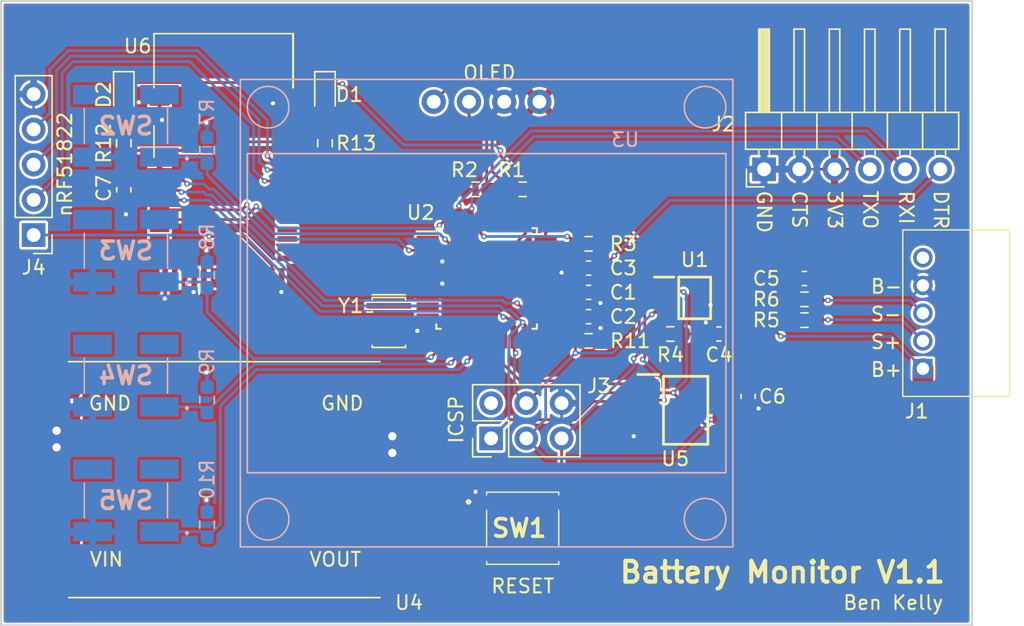
<source format=kicad_pcb>
(kicad_pcb (version 20211014) (generator pcbnew)
  (layers (0 "F.Cu" signal) (31 "B.Cu" signal) (34 "B.Paste" user) (35 "F.Paste" user) (36 "B.SilkS" user "B.Silkscreen") (37 "F.SilkS" user "F.Silkscreen") (38 "B.Mask" user) (39 "F.Mask" user) (44 "Edge.Cuts" user))
  (net 0 "")
  (net 1 "GND")
  (net 2 "/~{ALERT}")
  (net 3 "/SDA")
  (net 4 "/SCL")
  (net 5 "+3V3")
  (net 6 "Net-(C5-Pad1)")
  (net 7 "Net-(C5-Pad2)")
  (net 10 "/~{RESET}")
  (net 12 "Net-(C1-Pad1)")
  (net 15 "/DTR")
  (net 16 "/~{LED_EN}")
  (net 17 "/NRF_IRQ")
  (net 18 "/RXI")
  (net 19 "/TXO")
  (net 20 "/DFU")
  (net 21 "/FACTORYRST")
  (net 22 "/PB1")
  (net 23 "/PB2")
  (net 24 "/PB3")
  (net 25 "/PB4")
  (net 26 "/MISO")
  (net 28 "/SCK")
  (net 29 "/MOSI")
  (net 30 "/SWDIO")
  (net 31 "/~{FLASH_EN}")
  (net 32 "/CONNECTED")
  (net 33 "/MODE")
  (net 34 "/B+")
  (net 35 "/S+")
  (net 36 "/S-")
  (net 38 "Net-(D1-Pad2)")
  (net 39 "/SWCLK")
  (net 40 "Net-(D2-Pad2)")
  (net 41 "/~{BT_CS}")
  (net 43 "Net-(U2-Pad7)")
  (net 44 "Net-(U2-Pad8)")
  (net 45 "/~{ADC_CS}")
  (footprint "Resistor_SMD:R_0603_1608Metric_Pad0.98x0.95mm_HandSolder" (layer "F.Cu") (at 153.35 90.25 90)
    (fp_text reference "R13")
    (fp_text value "1K")
  )
  (footprint "Capacitor_SMD:C_0603_1608Metric_Pad1.08x0.95mm_HandSolder" (layer "F.Cu") (at 181.75 104 180)
    (fp_text reference "C4")
    (fp_text value "0.1uF")
  )
  (footprint "Resistor_SMD:R_0603_1608Metric_Pad0.98x0.95mm_HandSolder" (layer "F.Cu") (at 172.35 97.5 180)
    (fp_text reference "R3")
    (fp_text value "10K")
  )
  (footprint "Crystal:Resonator_SMD_Murata_CSTxExxV-3Pin_3.0x1.1mm_HandSoldering" (layer "F.Cu") (at 157.954 103.171 -90)
    (fp_text reference "Y1")
    (fp_text value "8MHZ")
  )
  (footprint "Ben:AliExpress_DCDC_SMT" (layer "F.Cu") (at 146.1 114.5)
    (fp_text reference "U4")
    (fp_text value "AliExpress_DCDC_3V3")
  )
  (footprint "Connector_PinHeader_2.54mm:PinHeader_2x03_P2.54mm_Vertical" (layer "F.Cu") (at 165.325 111.525 90)
    (fp_text reference "J3")
    (fp_text value "ICSP")
  )
  (footprint "Resistor_SMD:R_0603_1608Metric_Pad0.98x0.95mm_HandSolder" (layer "F.Cu") (at 164.204 93.571)
    (fp_text reference "R2")
    (fp_text value "10K")
  )
  (footprint "Resistor_SMD:R_0603_1608Metric_Pad0.98x0.95mm_HandSolder" (layer "F.Cu") (at 187.9125 103)
    (fp_text reference "R5")
    (fp_text value "47R")
  )
  (footprint "Capacitor_SMD:C_0603_1608Metric_Pad1.08x0.95mm_HandSolder" (layer "F.Cu") (at 172.35 99.25)
    (fp_text reference "C3")
    (fp_text value "0.1uF")
  )
  (footprint "Connector_PinHeader_2.54mm:PinHeader_1x05_P2.54mm_Vertical" (layer "F.Cu") (at 132.35 96.87 180)
    (fp_text reference "J4")
    (fp_text value "BTLE")
  )
  (footprint "LED_SMD:LED_0603_1608Metric_Pad1.05x0.95mm_HandSolder" (layer "F.Cu") (at 153.35 86.75 -90)
    (fp_text reference "D1")
    (fp_text value "LED")
  )
  (footprint "Resistor_SMD:R_0603_1608Metric_Pad0.98x0.95mm_HandSolder" (layer "F.Cu") (at 187.9125 101.5)
    (fp_text reference "R6")
    (fp_text value "47R")
  )
  (footprint "Capacitor_SMD:C_0603_1608Metric_Pad1.08x0.95mm_HandSolder" (layer "F.Cu") (at 172.35 101)
    (fp_text reference "C1")
    (fp_text value "0.1uF")
  )
  (footprint "Resistor_SMD:R_0603_1608Metric_Pad0.98x0.95mm_HandSolder" (layer "F.Cu") (at 178.25 104 180)
    (fp_text reference "R4")
    (fp_text value "10K")
  )
  (footprint "Capacitor_SMD:C_0603_1608Metric_Pad1.08x0.95mm_HandSolder" (layer "F.Cu") (at 187.9125 100)
    (fp_text reference "C5")
    (fp_text value "0.1uF")
  )
  (footprint "SamacSys_Parts:4400555" (layer "F.Cu") (at 196.45 106.5 90)
    (fp_text reference "J1")
    (fp_text value "Vehicle" hide)
  )
  (footprint "Resistor_SMD:R_0603_1608Metric_Pad0.98x0.95mm_HandSolder" (layer "F.Cu") (at 167.604 93.571 180)
    (fp_text reference "R1")
    (fp_text value "10K")
  )
  (footprint "SamacSys_Parts:PTS526SK15SMTR2LFS" (layer "F.Cu") (at 167.6 118)
    (fp_text reference "SW1")
    (fp_text value "RESET" hide)
  )
  (footprint "Resistor_SMD:R_0603_1608Metric_Pad0.98x0.95mm_HandSolder" (layer "F.Cu") (at 172.35 104.5)
    (fp_text reference "R11")
    (fp_text value "10K")
  )
  (footprint "Capacitor_SMD:C_0603_1608Metric_Pad1.08x0.95mm_HandSolder" (layer "F.Cu") (at 138.85 93.6125 -90)
    (fp_text reference "C7")
    (fp_text value "1uF")
  )
  (footprint "SamacSys_Parts:SOIC127P600X175-8N" (layer "F.Cu") (at 179.35 109.5)
    (fp_text reference "U5")
    (fp_text value "SST26VF016BT-80E_SN" hide)
  )
  (footprint "Package_QFP:TQFP-32_7x7mm_P0.8mm" (layer "F.Cu") (at 165 100)
    (fp_text reference "U2")
    (fp_text value "ATmega328P-A")
  )
  (footprint "Capacitor_SMD:C_0603_1608Metric_Pad1.08x0.95mm_HandSolder" (layer "F.Cu") (at 183.85 108.5 -90)
    (fp_text reference "C6")
    (fp_text value "0.1uF")
  )
  (footprint "SamacSys_Parts:4076" (layer "F.Cu") (at 146.025 91.35)
    (fp_text reference "U6")
    (fp_text value "4076" hide)
  )
  (footprint "Capacitor_SMD:C_0603_1608Metric_Pad1.08x0.95mm_HandSolder" (layer "F.Cu") (at 172.35 102.75)
    (fp_text reference "C2")
    (fp_text value "0.1uF")
  )
  (footprint "LED_SMD:LED_0603_1608Metric_Pad1.05x0.95mm_HandSolder" (layer "F.Cu") (at 138.85 86.75 -90)
    (fp_text reference "D2")
    (fp_text value "LED")
  )
  (footprint "SamacSys_Parts:SOP50P490X110-10N" (layer "F.Cu") (at 180 101.4)
    (fp_text reference "U1")
    (fp_text value "INA229AQDGSRQ1" hide)
  )
  (footprint "Connector_PinHeader_2.54mm:PinHeader_1x06_P2.54mm_Horizontal" (layer "F.Cu") (at 185 92.125 90)
    (fp_text reference "J2")
    (fp_text value "FTDI Basic")
  )
  (footprint "Resistor_SMD:R_0603_1608Metric_Pad0.98x0.95mm_HandSolder" (layer "F.Cu") (at 138.85 90.25 90)
    (fp_text reference "R12")
    (fp_text value "1K")
  )
  (footprint "SamacSys_Parts:TL3301BF160QJ" (layer "B.Cu") (at 139 107 180)
    (fp_text reference "SW4")
    (fp_text value "PB3" hide)
  )
  (footprint "Resistor_SMD:R_0603_1608Metric_Pad0.98x0.95mm_HandSolder" (layer "B.Cu") (at 144.85 99.75 -90)
    (fp_text reference "R8")
    (fp_text value "10K")
  )
  (footprint "Resistor_SMD:R_0603_1608Metric_Pad0.98x0.95mm_HandSolder" (layer "B.Cu") (at 144.85 90.75 -90)
    (fp_text reference "R7")
    (fp_text value "10K")
  )
  (footprint "Ben:AliExpress_1.3_OLED" (layer "B.Cu") (at 165 102.5 180)
    (fp_text reference "U3")
    (fp_text value "AliExpress_1.3\"_OLED")
  )
  (footprint "SamacSys_Parts:TL3301BF160QJ" (layer "B.Cu") (at 139 98 180)
    (fp_text reference "SW3")
    (fp_text value "PB2" hide)
  )
  (footprint "Resistor_SMD:R_0603_1608Metric_Pad0.98x0.95mm_HandSolder" (layer "B.Cu") (at 144.85 117.75 -90)
    (fp_text reference "R10")
    (fp_text value "10K")
  )
  (footprint "SamacSys_Parts:TL3301BF160QJ" (layer "B.Cu") (at 139 116 180)
    (fp_text reference "SW5")
    (fp_text value "PB4" hide)
  )
  (footprint "Resistor_SMD:R_0603_1608Metric_Pad0.98x0.95mm_HandSolder" (layer "B.Cu") (at 144.85 108.75 -90)
    (fp_text reference "R9")
    (fp_text value "10K")
  )
  (footprint "SamacSys_Parts:TL3301BF160QJ" (layer "B.Cu") (at 139 89 180)
    (fp_text reference "SW2")
    (fp_text value "PB1" hide)
  )
  (gr_rect (start 130 80) (end 200 125) (layer "Edge.Cuts") (width 0.15) (fill none))
  (gr_text "CTS" (at 187.55 93.571 270) (layer "F.SilkS") (effects (font (size 1 1)) (justify left)))
  (gr_text "TXO\n" (at 192.65 93.571 270) (layer "F.SilkS") (effects (font (size 1 1)) (justify left)))
  (gr_text "3V3" (at 190.1 93.571 270) (layer "F.SilkS") (effects (font (size 1 1)) (justify left)))
  (gr_text "nRF51822" (at 134.604 91.771 90) (layer "F.SilkS") (effects (font (size 1 1))))
  (gr_text "S-" (at 192.604 102.571) (layer "F.SilkS") (effects (font (size 1 1)) (justify left)))
  (gr_text "RESET" (at 167.604 122.171) (layer "F.SilkS") (effects (font (size 1 1))))
  (gr_text "Battery Monitor V1.1" (at 198.204 121.171) (layer "F.SilkS") (effects (font (size 1.5 1.5) (thickness 0.3)) (justify right)))
  (gr_text "S+" (at 192.604 104.571) (layer "F.SilkS") (effects (font (size 1 1)) (justify left)))
  (gr_text "B+" (at 192.604 106.571) (layer "F.SilkS") (effects (font (size 1 1)) (justify left)))
  (gr_text "OLED" (at 165.204 85.171) (layer "F.SilkS") (effects (font (size 1 1))))
  (gr_text "GND\n" (at 185 93.571 270) (layer "F.SilkS") (effects (font (size 1 1)) (justify left)))
  (gr_text "B-" (at 192.604 100.571) (layer "F.SilkS") (effects (font (size 1 1)) (justify left)))
  (gr_text "Ben Kelly" (at 198.004 123.371) (layer "F.SilkS") (effects (font (size 1 1)) (justify right)))
  (gr_text "DTR" (at 197.75 93.571 270) (layer "F.SilkS") (effects (font (size 1 1)) (justify left)))
  (gr_text "ICSP\n" (at 162.804 110.171 90) (layer "F.SilkS") (effects (font (size 1 1))))
  (gr_text "RXI" (at 195.25 93.571 270) (layer "F.SilkS") (effects (font (size 1 1)) (justify left)))
  (segment (start 138.85 95.217) (end 139.004 95.371) (width 0.25) (layer "F.Cu") (net 1))
  (segment (start 164.6 116.15) (end 164.6 115.767) (width 0.25) (layer "F.Cu") (net 1))
  (segment (start 161.775 100.4) (end 161.804 100.371) (width 0.25) (layer "F.Cu") (net 1))
  (segment (start 183.85 109.3625) (end 184.5955 109.3625) (width 0.25) (layer "F.Cu") (net 1))
  (segment (start 150.225 100.95) (end 150.204 100.971) (width 0.25) (layer "F.Cu") (net 1))
  (segment (start 141.825 99.95) (end 141.825 101.428502) (width 0.25) (layer "F.Cu") (net 1))
  (segment (start 184.5955 109.3625) (end 184.604 109.371) (width 0.25) (layer "F.Cu") (net 1))
  (segment (start 169.25 99.6) (end 170.375 99.6) (width 0.25) (layer "F.Cu") (net 1))
  (segment (start 134.1 109.86) (end 134.1 110.875) (width 1) (layer "F.Cu") (net 1))
  (segment (start 173.2125 103.5625) (end 173.204 103.571) (width 0.25) (layer "F.Cu") (net 1))
  (segment (start 158.1 110) (end 158.1 111.267) (width 1) (layer "F.Cu") (net 1))
  (segment (start 181.143908 101.9) (end 181.136516 101.907392) (width 0.25) (layer "F.Cu") (net 1))
  (segment (start 134.004 110.971) (end 134.004 112.171) (width 1) (layer "F.Cu") (net 1))
  (segment (start 182.2 101.9) (end 181.143908 101.9) (width 0.25) (layer "F.Cu") (net 1))
  (segment (start 150.625 87.35) (end 149.625 87.35) (width 0.25) (layer "F.Cu") (net 1))
  (segment (start 150.225 99.95) (end 150.225 100.95) (width 0.25) (layer "F.Cu") (net 1))
  (segment (start 175.638 111.405) (end 175.604 111.371) (width 0.25) (layer "F.Cu") (net 1))
  (segment (start 160.75 98.8) (end 161.775 98.8) (width 0.25) (layer "F.Cu") (net 1))
  (segment (start 173.2125 102.75) (end 173.2125 103.5625) (width 0.25) (layer "F.Cu") (net 1))
  (segment (start 143.925 99.95) (end 143.925 100.936911) (width 0.25) (layer "F.Cu") (net 1))
  (segment (start 173.2125 101) (end 173.2125 101.7625) (width 0.25) (layer "F.Cu") (net 1))
  (segment (start 176.65 111.405) (end 175.638 111.405) (width 0.25) (layer "F.Cu") (net 1))
  (segment (start 160.75 100.4) (end 161.775 100.4) (width 0.25) (layer "F.Cu") (net 1))
  (segment (start 158.1 111.267) (end 158.204 111.371) (width 1) (layer "F.Cu") (net 1))
  (segment (start 138.85 94.475) (end 138.85 95.217) (width 0.25) (layer "F.Cu") (net 1))
  (segment (start 157.954 103.171) (end 159.404 103.171) (width 0.25) (layer "F.Cu") (net 1))
  (segment (start 158.1 108) (end 158.1 110) (width 1) (layer "F.Cu") (net 1))
  (segment (start 143.925 100.936911) (end 143.878882 100.983029) (width 0.25) (layer "F.Cu") (net 1))
  (segment (start 170.375 99.6) (end 170.404 99.571) (width 0.25) (layer "F.Cu") (net 1))
  (segment (start 173.2625 104.5) (end 173.2625 103.6295) (width 0.25) (layer "F.Cu") (net 1))
  (segment (start 161.775 98.8) (end 161.804 98.771) (width 0.25) (layer "F.Cu") (net 1))
  (segment (start 141.425 87.35) (end 141.425 88.05) (width 0.25) (layer "F.Cu") (net 1))
  (segment (start 159.404 103.171) (end 160.004 103.771) (width 0.25) (layer "F.Cu") (net 1))
  (segment (start 173.2125 101.7625) (end 173.204 101.771) (width 0.25) (layer "F.Cu") (net 1))
  (segment (start 141.425 88.392) (end 141.604 88.571) (width 0.25) (layer "F.Cu") (net 1))
  (segment (start 141.825 101.428502) (end 141.804 101.449502) (width 0.25) (layer "F.Cu") (net 1))
  (segment (start 134.1 110.875) (end 134.004 110.971) (width 1) (layer "F.Cu") (net 1))
  (segment (start 158.204 112.571) (end 158.204 111.371) (width 1) (layer "F.Cu") (net 1))
  (segment (start 173.2125 101.7795) (end 173.204 101.771) (width 0.25) (layer "F.Cu") (net 1))
  (segment (start 173.2125 102.75) (end 173.2125 101.7795) (width 0.25) (layer "F.Cu") (net 1))
  (segment (start 164.6 115.767) (end 164.204 115.371) (width 0.25) (layer "F.Cu") (net 1))
  (segment (start 134.1 107.896) (end 134.1 109.86) (width 1) (layer "F.Cu") (net 1))
  (segment (start 141.425 88.05) (end 141.425 88.392) (width 0.25) (layer "F.Cu") (net 1))
  (segment (start 149.625 87.35) (end 149.604 87.371) (width 0.25) (layer "F.Cu") (net 1))
  (segment (start 180.8875 103.2545) (end 180.804 103.171) (width 0.25) (layer "F.Cu") (net 1))
  (segment (start 180.8875 104) (end 180.8875 103.2545) (width 0.25) (layer "F.Cu") (net 1))
  (segment (start 173.2625 103.6295) (end 173.204 103.571) (width 0.25) (layer "F.Cu") (net 1))
  (via (at 134.004 112.171) (size 1.2) (drill 0.6) (layers "F.Cu" "B.Cu") (net 1))
  (via (at 161.804 98.771) (size 0.6) (drill 0.3) (layers "F.Cu" "B.Cu") (net 1))
  (via (at 175.604 111.371) (size 0.6) (drill 0.3) (layers "F.Cu" "B.Cu") (net 1))
  (via (at 141.804 101.449502) (size 0.6) (drill 0.3) (layers "F.Cu" "B.Cu") (net 1))
  (via (at 170.404 99.571) (size 0.6) (drill 0.3) (layers "F.Cu" "B.Cu") (net 1))
  (via (at 160.004 103.771) (size 0.6) (drill 0.3) (layers "F.Cu" "B.Cu") (net 1))
  (via (at 143.878882 100.983029) (size 0.6) (drill 0.3) (layers "F.Cu" "B.Cu") (net 1))
  (via (at 141.604 88.571) (size 0.6) (drill 0.3) (layers "F.Cu" "B.Cu") (net 1))
  (via (at 134.004 110.971) (size 1.2) (drill 0.6) (layers "F.Cu" "B.Cu") (net 1))
  (via (at 180.804 103.171) (size 0.6) (drill 0.3) (layers "F.Cu" "B.Cu") (net 1))
  (via (at 158.204 112.571) (size 1.2) (drill 0.6) (layers "F.Cu" "B.Cu") (net 1))
  (via (at 184.604 109.371) (size 0.6) (drill 0.3) (layers "F.Cu" "B.Cu") (net 1))
  (via (at 158.204 111.371) (size 1.2) (drill 0.6) (layers "F.Cu" "B.Cu") (net 1))
  (via (at 173.204 101.771) (size 0.6) (drill 0.3) (layers "F.Cu" "B.Cu") (net 1))
  (via (at 139.004 95.371) (size 0.6) (drill 0.3) (layers "F.Cu" "B.Cu") (net 1))
  (via (at 181.136516 101.907392) (size 0.6) (drill 0.3) (layers "F.Cu" "B.Cu") (net 1))
  (via (at 149.604 87.371) (size 0.6) (drill 0.3) (layers "F.Cu" "B.Cu") (net 1))
  (via (at 173.204 103.571) (size 0.6) (drill 0.3) (layers "F.Cu" "B.Cu") (net 1))
  (via (at 150.204 100.971) (size 0.6) (drill 0.3) (layers "F.Cu" "B.Cu") (net 1))
  (via (at 164.204 115.371) (size 0.6) (drill 0.3) (layers "F.Cu" "B.Cu") (net 1))
  (via (at 161.804 100.371) (size 0.6) (drill 0.3) (layers "F.Cu" "B.Cu") (net 1))
  (segment (start 179.004 101.654978) (end 178.749022 101.4) (width 0.2) (layer "F.Cu") (net 2))
  (segment (start 179.004 102.645022) (end 179.004 101.654978) (width 0.2) (layer "F.Cu") (net 2))
  (segment (start 177.3375 104) (end 177.649022 104) (width 0.2) (layer "F.Cu") (net 2))
  (segment (start 178.749022 101.4) (end 177.8 101.4) (width 0.2) (layer "F.Cu") (net 2))
  (segment (start 177.649022 104) (end 179.004 102.645022) (width 0.2) (layer "F.Cu") (net 2))
  (segment (start 166.2 94.0625) (end 166.6915 93.571) (width 0.2) (layer "F.Cu") (net 3))
  (segment (start 165.404 89.371) (end 165.004 88.971) (width 0.2) (layer "F.Cu") (net 3))
  (segment (start 165.004 88.971) (end 165.004 86.371) (width 0.2) (layer "F.Cu") (net 3))
  (segment (start 165.004 86.371) (end 164.404 85.771) (width 0.2) (layer "F.Cu") (net 3))
  (segment (start 162.679 85.771) (end 161.19 87.26) (width 0.2) (layer "F.Cu") (net 3))
  (segment (start 166.6915 93.571) (end 165.404 92.2835) (width 0.2) (layer "F.Cu") (net 3))
  (segment (start 164.404 85.771) (end 162.679 85.771) (width 0.2) (layer "F.Cu") (net 3))
  (segment (start 166.2 95.75) (end 166.2 94.0625) (width 0.2) (layer "F.Cu") (net 3))
  (segment (start 165.404 92.2835) (end 165.404 89.371) (width 0.2) (layer "F.Cu") (net 3))
  (segment (start 163.73 88.2785) (end 163.73 87.26) (width 0.2) (layer "F.Cu") (net 4))
  (segment (start 165.1165 93.571) (end 165.004 93.4585) (width 0.2) (layer "F.Cu") (net 4))
  (segment (start 165.004 89.5525) (end 163.73 88.2785) (width 0.2) (layer "F.Cu") (net 4))
  (segment (start 165.4 93.8545) (end 165.1165 93.571) (width 0.2) (layer "F.Cu") (net 4))
  (segment (start 165.004 93.4585) (end 165.004 89.5525) (width 0.2) (layer "F.Cu") (net 4))
  (segment (start 165.4 95.75) (end 165.4 93.8545) (width 0.2) (layer "F.Cu") (net 4))
  (segment (start 168.325978 102) (end 169.25 102) (width 0.25) (layer "F.Cu") (net 5))
  (segment (start 167.525978 101.2) (end 168.325978 102) (width 0.25) (layer "F.Cu") (net 5))
  (segment (start 171.4875 102.75) (end 170.7375 102) (width 0.25) (layer "F.Cu") (net 5))
  (segment (start 160.75 101.2) (end 167.525978 101.2) (width 0.25) (layer "F.Cu") (net 5))
  (segment (start 170.7375 102) (end 169.25 102) (width 0.25) (layer "F.Cu") (net 5))
  (via (at 144.804 115.971) (size 0.6) (drill 0.3) (layers "F.Cu" "B.Cu") (net 5))
  (via (at 144.804 88.771) (size 0.6) (drill 0.3) (layers "F.Cu" "B.Cu") (net 5))
  (via (at 144.804 97.971) (size 0.6) (drill 0.3) (layers "F.Cu" "B.Cu") (net 5))
  (via (at 144.804 106.771) (size 0.6) (drill 0.3) (layers "F.Cu" "B.Cu") (net 5))
  (segment (start 144.85 107.8375) (end 144.85 106.817) (width 0.25) (layer "B.Cu") (net 5))
  (segment (start 144.85 116.017) (end 144.804 115.971) (width 0.25) (layer "B.Cu") (net 5))
  (segment (start 144.85 98.8375) (end 144.85 98.017) (width 0.25) (layer "B.Cu") (net 5))
  (segment (start 144.85 88.817) (end 144.804 88.771) (width 0.25) (layer "B.Cu") (net 5))
  (segment (start 144.85 106.817) (end 144.804 106.771) (width 0.25) (layer "B.Cu") (net 5))
  (segment (start 144.85 89.8375) (end 144.85 88.817) (width 0.25) (layer "B.Cu") (net 5))
  (segment (start 144.85 116.8375) (end 144.85 116.017) (width 0.25) (layer "B.Cu") (net 5))
  (segment (start 144.85 98.017) (end 144.804 97.971) (width 0.25) (layer "B.Cu") (net 5))
  (segment (start 186.4 100.9) (end 187 101.5) (width 0.2) (layer "F.Cu") (net 6))
  (segment (start 187.05 100) (end 187.05 101.45) (width 0.2) (layer "F.Cu") (net 6))
  (segment (start 182.2 100.9) (end 186.4 100.9) (width 0.2) (layer "F.Cu") (net 6))
  (segment (start 187.05 101.45) (end 187 101.5) (width 0.2) (layer "F.Cu") (net 6))
  (segment (start 183.775 100.4) (end 184.94952 99.22548) (width 0.2) (layer "F.Cu") (net 7))
  (segment (start 188.775 100) (end 187.804 100.971) (width 0.2) (layer "F.Cu") (net 7))
  (segment (start 182.2 100.4) (end 183.775 100.4) (width 0.2) (layer "F.Cu") (net 7))
  (segment (start 184.94952 99.22548) (end 188.00048 99.22548) (width 0.2) (layer "F.Cu") (net 7))
  (segment (start 187.804 102.196) (end 187 103) (width 0.2) (layer "F.Cu") (net 7))
  (segment (start 187.804 100.971) (end 187.804 102.196) (width 0.2) (layer "F.Cu") (net 7))
  (segment (start 188.00048 99.22548) (end 188.775 100) (width 0.2) (layer "F.Cu") (net 7))
  (segment (start 164.6 95.75) (end 164.6 96.767) (width 0.2) (layer "F.Cu") (net 10))
  (segment (start 170.405 111.525) (end 170.405 115.955) (width 0.2) (layer "F.Cu") (net 10))
  (segment (start 176.004 105.371) (end 175.604 105.771) (width 0.2) (layer "F.Cu") (net 10))
  (segment (start 171.4875 97.55) (end 171.4375 97.5) (width 0.2) (layer "F.Cu") (net 10))
  (segment (start 170.405 115.955) (end 170.6 116.15) (width 0.2) (layer "F.Cu") (net 10))
  (segment (start 170.9085 96.971) (end 171.4375 97.5) (width 0.2) (layer "F.Cu") (net 10))
  (segment (start 170.804 96.971) (end 170.9085 96.971) (width 0.2) (layer "F.Cu") (net 10))
  (segment (start 174.439006 96.371) (end 176.004 97.935994) (width 0.2) (layer "F.Cu") (net 10))
  (segment (start 171.4375 97.5) (end 171.4375 97.1375) (width 0.2) (layer "F.Cu") (net 10))
  (segment (start 171.4875 99.25) (end 171.4875 97.55) (width 0.2) (layer "F.Cu") (net 10))
  (segment (start 171.4375 97.1375) (end 172.204 96.371) (width 0.2) (layer "F.Cu") (net 10))
  (segment (start 176.004 97.935994) (end 176.004 105.371) (width 0.2) (layer "F.Cu") (net 10))
  (segment (start 164.6 96.767) (end 164.804 96.971) (width 0.2) (layer "F.Cu") (net 10))
  (segment (start 172.204 96.371) (end 174.439006 96.371) (width 0.2) (layer "F.Cu") (net 10))
  (via (at 170.804 96.971) (size 0.4) (drill 0.2) (layers "F.Cu" "B.Cu") (net 10))
  (via (at 164.804 96.971) (size 0.4) (drill 0.2) (layers "F.Cu" "B.Cu") (net 10))
  (via (at 175.604 105.771) (size 0.4) (drill 0.2) (layers "F.Cu" "B.Cu") (net 10))
  (segment (start 170.405 111.525) (end 170.45 111.525) (width 0.2) (layer "B.Cu") (net 10))
  (segment (start 164.804 96.971) (end 170.804 96.971) (width 0.2) (layer "B.Cu") (net 10))
  (segment (start 170.45 111.525) (end 175.604 106.371) (width 0.2) (layer "B.Cu") (net 10))
  (segment (start 175.604 106.371) (end 175.604 105.771) (width 0.2) (layer "B.Cu") (net 10))
  (segment (start 170.8875 100.4) (end 171.4875 101) (width 0.2) (layer "F.Cu") (net 12))
  (segment (start 169.25 100.4) (end 170.8875 100.4) (width 0.2) (layer "F.Cu") (net 12))
  (segment (start 173.2125 99.25) (end 173.325 99.25) (width 0.2) (layer "F.Cu") (net 15))
  (segment (start 173.325 99.25) (end 174.204 98.371) (width 0.2) (layer "F.Cu") (net 15))
  (via (at 174.204 98.371) (size 0.4) (drill 0.2) (layers "F.Cu" "B.Cu") (net 15))
  (segment (start 195.454 94.371) (end 178.204 94.371) (width 0.2) (layer "B.Cu") (net 15))
  (segment (start 197.7 92.125) (end 195.454 94.371) (width 0.2) (layer "B.Cu") (net 15))
  (segment (start 178.204 94.371) (end 174.204 98.371) (width 0.2) (layer "B.Cu") (net 15))
  (segment (start 167.204 92.371) (end 166.004 91.171) (width 0.2) (layer "F.Cu") (net 16))
  (segment (start 167 94.775) (end 167.404 94.371) (width 0.2) (layer "F.Cu") (net 16))
  (segment (start 166.004 91.171) (end 166.004 90.771) (width 0.2) (layer "F.Cu") (net 16))
  (segment (start 167.47852 92.64552) (end 167.204 92.371) (width 0.2) (layer "F.Cu") (net 16))
  (segment (start 167 95.75) (end 167 94.775) (width 0.2) (layer "F.Cu") (net 16))
  (segment (start 167.404 94.371) (end 167.47852 94.29648) (width 0.2) (layer "F.Cu") (net 16))
  (segment (start 167.47852 94.29648) (end 167.47852 92.64552) (width 0.2) (layer "F.Cu") (net 16))
  (segment (start 153.35 85.875) (end 138.85 85.875) (width 0.2) (layer "F.Cu") (net 16))
  (segment (start 154.604 85.971) (end 153.446 85.971) (width 0.2) (layer "F.Cu") (net 16))
  (segment (start 153.446 85.971) (end 153.35 85.875) (width 0.2) (layer "F.Cu") (net 16))
  (via (at 166.004 90.771) (size 0.4) (drill 0.2) (layers "F.Cu" "B.Cu") (net 16))
  (via (at 154.604 85.971) (size 0.4) (drill 0.2) (layers "F.Cu" "B.Cu") (net 16))
  (segment (start 159.004 90.371) (end 154.604 85.971) (width 0.2) (layer "B.Cu") (net 16))
  (segment (start 165.604 90.371) (end 160.404 90.371) (width 0.2) (layer "B.Cu") (net 16))
  (segment (start 166.004 90.771) (end 165.604 90.371) (width 0.2) (layer "B.Cu") (net 16))
  (segment (start 160.404 90.371) (end 159.004 90.371) (width 0.2) (layer "B.Cu") (net 16))
  (segment (start 147.450525 95.75) (end 148.39995 94.800575) (width 0.2) (layer "F.Cu") (net 17))
  (segment (start 141.425 95.75) (end 147.450525 95.75) (width 0.2) (layer "F.Cu") (net 17))
  (segment (start 162.2 95.75) (end 162.025 95.75) (width 0.2) (layer "F.Cu") (net 17))
  (segment (start 162.025 95.75) (end 161.604 96.171) (width 0.2) (layer "F.Cu") (net 17))
  (via (at 148.39995 94.800575) (size 0.4) (drill 0.2) (layers "F.Cu" "B.Cu") (net 17))
  (via (at 161.604 96.171) (size 0.4) (drill 0.2) (layers "F.Cu" "B.Cu") (net 17))
  (segment (start 149.971353 96.371978) (end 148.39995 94.800575) (width 0.2) (layer "B.Cu") (net 17))
  (segment (start 161.403022 96.371978) (end 149.971353 96.371978) (width 0.2) (layer "B.Cu") (net 17))
  (segment (start 161.604 96.171) (end 161.403022 96.371978) (width 0.2) (layer "B.Cu") (net 17))
  (segment (start 163.925498 94.971) (end 163.925498 95.624502) (width 0.2) (layer "F.Cu") (net 18))
  (segment (start 163.925498 95.624502) (end 163.8 95.75) (width 0.2) (layer "F.Cu") (net 18))
  (via (at 163.925498 94.971) (size 0.4) (drill 0.2) (layers "F.Cu" "B.Cu") (net 18))
  (segment (start 190.266 89.771) (end 192.62 92.125) (width 0.2) (layer "B.Cu") (net 18))
  (segment (start 163.925498 94.249502) (end 168.404 89.771) (width 0.2) (layer "B.Cu") (net 18))
  (segment (start 168.404 89.771) (end 190.266 89.771) (width 0.2) (layer "B.Cu") (net 18))
  (segment (start 163.925498 94.971) (end 163.925498 94.249502) (width 0.2) (layer "B.Cu") (net 18))
  (segment (start 163.004 95.746) (end 163.004 94.771) (width 0.2) (layer "F.Cu") (net 19))
  (segment (start 163 95.75) (end 163.004 95.746) (width 0.2) (layer "F.Cu") (net 19))
  (via (at 163.004 94.771) (size 0.4) (drill 0.2) (layers "F.Cu" "B.Cu") (net 19))
  (segment (start 192.406 89.371) (end 195.16 92.125) (width 0.2) (layer "B.Cu") (net 19))
  (segment (start 163.004 94.571) (end 168.204 89.371) (width 0.2) (layer "B.Cu") (net 19))
  (segment (start 168.204 89.371) (end 192.406 89.371) (width 0.2) (layer "B.Cu") (net 19))
  (segment (start 163.004 94.771) (end 163.004 94.571) (width 0.2) (layer "B.Cu") (net 19))
  (segment (start 145.004 96.971) (end 147.446 96.971) (width 0.2) (layer "F.Cu") (net 20))
  (segment (start 147.446 96.971) (end 149.525 99.05) (width 0.2) (layer "F.Cu") (net 20))
  (segment (start 149.525 99.05) (end 149.525 99.95) (width 0.2) (layer "F.Cu") (net 20))
  (via (at 145.004 96.971) (size 0.4) (drill 0.2) (layers "F.Cu" "B.Cu") (net 20))
  (segment (start 132.35 96.87) (end 144.903 96.87) (width 0.2) (layer "B.Cu") (net 20))
  (segment (start 144.903 96.87) (end 145.004 96.971) (width 0.2) (layer "B.Cu") (net 20))
  (segment (start 150.604 92.971) (end 150.625 92.95) (width 0.2) (layer "F.Cu") (net 21))
  (segment (start 149.004 92.971) (end 150.604 92.971) (width 0.2) (layer "F.Cu") (net 21))
  (via (at 149.004 92.971) (size 0.4) (drill 0.2) (layers "F.Cu" "B.Cu") (net 21))
  (segment (start 148.204 88.971) (end 148.204 89.571) (width 0.2) (layer "B.Cu") (net 21))
  (segment (start 135.204 84.371) (end 143.604 84.371) (width 0.2) (layer "B.Cu") (net 21))
  (segment (start 134.804 84.771) (end 135.204 84.371) (width 0.2) (layer "B.Cu") (net 21))
  (segment (start 143.604 84.371) (end 148.204 88.971) (width 0.2) (layer "B.Cu") (net 21))
  (segment (start 148.204 92.171) (end 149.004 92.971) (width 0.2) (layer "B.Cu") (net 21))
  (segment (start 132.35 94.33) (end 134.404 92.276) (width 0.2) (layer "B.Cu") (net 21))
  (segment (start 148.204 89.571) (end 148.204 92.171) (width 0.2) (layer "B.Cu") (net 21))
  (segment (start 134.404 90.371) (end 134.404 85.171) (width 0.2) (layer "B.Cu") (net 21))
  (segment (start 134.404 92.276) (end 134.404 90.371) (width 0.2) (layer "B.Cu") (net 21))
  (segment (start 134.404 85.171) (end 134.804 84.771) (width 0.2) (layer "B.Cu") (net 21))
  (segment (start 160.721 97.971) (end 160.75 98) (width 0.2) (layer "F.Cu") (net 22))
  (segment (start 159.404 97.971) (end 160.721 97.971) (width 0.2) (layer "F.Cu") (net 22))
  (via (at 159.404 97.971) (size 0.4) (drill 0.2) (layers "F.Cu" "B.Cu") (net 22))
  (segment (start 144.85 91.6625) (end 144.85 92.52202) (width 0.2) (layer "B.Cu") (net 22))
  (segment (start 158.604 97.171) (end 159.404 97.971) (width 0.2) (layer "B.Cu") (net 22))
  (segment (start 141.408 91.25) (end 144.4375 91.25) (width 0.2) (layer "B.Cu") (net 22))
  (segment (start 144.4375 91.25) (end 144.85 91.6625) (width 0.2) (layer "B.Cu") (net 22))
  (segment (start 149.49898 97.171) (end 158.604 97.171) (width 0.2) (layer "B.Cu") (net 22))
  (segment (start 144.85 92.52202) (end 149.49898 97.171) (width 0.2) (layer "B.Cu") (net 22))
  (segment (start 162.2 104.25) (end 162.2 104.475989) (width 0.2) (layer "F.Cu") (net 23))
  (segment (start 162.2 104.475989) (end 161.004 105.671989) (width 0.2) (layer "F.Cu") (net 23))
  (via (at 161.004 105.671989) (size 0.4) (drill 0.2) (layers "F.Cu" "B.Cu") (net 23))
  (segment (start 141.408 100.25) (end 144.4375 100.25) (width 0.2) (layer "B.Cu") (net 23))
  (segment (start 144.4375 100.25) (end 144.85 100.6625) (width 0.2) (layer "B.Cu") (net 23))
  (segment (start 160.904989 105.771) (end 161.004 105.671989) (width 0.2) (layer "B.Cu") (net 23))
  (segment (start 144.85 100.6625) (end 144.85 102.417) (width 0.2) (layer "B.Cu") (net 23))
  (segment (start 144.85 102.417) (end 148.204 105.771) (width 0.2) (layer "B.Cu") (net 23))
  (segment (start 148.204 105.771) (end 160.904989 105.771) (width 0.2) (layer "B.Cu") (net 23))
  (segment (start 163 105.504891) (end 162.433391 106.0715) (width 0.2) (layer "F.Cu") (net 24))
  (segment (start 163 104.25) (end 163 105.504891) (width 0.2) (layer "F.Cu") (net 24))
  (via (at 162.433391 106.0715) (size 0.4) (drill 0.2) (layers "F.Cu" "B.Cu") (net 24))
  (segment (start 144.85 109.560006) (end 148.238517 106.171489) (width 0.2) (layer "B.Cu") (net 24))
  (segment (start 144.4375 109.25) (end 144.85 109.6625) (width 0.2) (layer "B.Cu") (net 24))
  (segment (start 162.333402 106.171489) (end 162.433391 106.0715) (width 0.2) (layer "B.Cu") (net 24))
  (segment (start 141.408 109.25) (end 144.4375 109.25) (width 0.2) (layer "B.Cu") (net 24))
  (segment (start 148.238517 106.171489) (end 162.333402 106.171489) (width 0.2) (layer "B.Cu") (net 24))
  (segment (start 144.85 109.6625) (end 144.85 109.560006) (width 0.2) (layer "B.Cu") (net 24))
  (segment (start 163.804 105.771) (end 163.8 105.767) (width 0.2) (layer "F.Cu") (net 25))
  (segment (start 163.8 105.767) (end 163.8 104.25) (width 0.2) (layer "F.Cu") (net 25))
  (segment (start 163.604 105.971) (end 163.804 105.771) (width 0.2) (layer "F.Cu") (net 25))
  (via (at 163.604 105.971) (size 0.4) (drill 0.2) (layers "F.Cu" "B.Cu") (net 25))
  (segment (start 163.004 106.571) (end 163.604 105.971) (width 0.2) (layer "B.Cu") (net 25))
  (segment (start 144.4375 118.25) (end 144.85 118.6625) (width 0.2) (layer "B.Cu") (net 25))
  (segment (start 148.404 106.571) (end 163.004 106.571) (width 0.2) (layer "B.Cu") (net 25))
  (segment (start 141.408 118.25) (end 144.4375 118.25) (width 0.2) (layer "B.Cu") (net 25))
  (segment (start 144.85 118.6625) (end 145.804 117.7085) (width 0.2) (layer "B.Cu") (net 25))
  (segment (start 145.804 117.7085) (end 145.804 109.171) (width 0.2) (layer "B.Cu") (net 25))
  (segment (start 145.804 109.171) (end 148.404 106.571) (width 0.2) (layer "B.Cu") (net 25))
  (segment (start 141.425 93.65) (end 142.883 93.65) (width 0.2) (layer "F.Cu") (net 26))
  (segment (start 165.325 111.525) (end 166.679 110.171) (width 0.2) (layer "F.Cu") (net 26))
  (segment (start 172.71 108.865) (end 176.65 108.865) (width 0.2) (layer "F.Cu") (net 26))
  (segment (start 171.404 110.171) (end 172.71 108.865) (width 0.2) (layer "F.Cu") (net 26))
  (segment (start 176.744 108.771) (end 176.65 108.865) (width 0.2) (layer "F.Cu") (net 26))
  (segment (start 167.8 104.25) (end 167.8 103.367) (width 0.2) (layer "F.Cu") (net 26))
  (segment (start 177.8 101.9) (end 176.675 101.9) (width 0.2) (layer "F.Cu") (net 26))
  (segment (start 166.679 110.171) (end 171.404 110.171) (width 0.2) (layer "F.Cu") (net 26))
  (segment (start 142.883 93.65) (end 143.004 93.771) (width 0.2) (layer "F.Cu") (net 26))
  (segment (start 176.675 101.9) (end 176.403511 102.171489) (width 0.2) (layer "F.Cu") (net 26))
  (segment (start 177.804 108.771) (end 176.744 108.771) (width 0.2) (layer "F.Cu") (net 26))
  (segment (start 176.403511 102.171489) (end 176.403511 105.67789) (width 0.2) (layer "F.Cu") (net 26))
  (segment (start 176.403511 105.67789) (end 176.245508 105.835893) (width 0.2) (layer "F.Cu") (net 26))
  (segment (start 167.8 103.367) (end 167.604 103.171) (width 0.2) (layer "F.Cu") (net 26))
  (via (at 167.604 103.171) (size 0.4) (drill 0.2) (layers "F.Cu" "B.Cu") (net 26))
  (via (at 176.245508 105.835893) (size 0.4) (drill 0.2) (layers "F.Cu" "B.Cu") (net 26))
  (via (at 177.804 108.771) (size 0.4) (drill 0.2) (layers "F.Cu" "B.Cu") (net 26))
  (via (at 143.004 93.771) (size 0.4) (drill 0.2) (layers "F.Cu" "B.Cu") (net 26))
  (segment (start 145.169484 93.97149) (end 145.403511 94.205518) (width 0.2) (layer "B.Cu") (net 26))
  (segment (start 144.604 93.771) (end 144.804489 93.971489) (width 0.2) (layer "B.Cu") (net 26))
  (segment (start 165.969484 101.97149) (end 166.269492 102.271499) (width 0.2) (layer "B.Cu") (net 26))
  (segment (start 153.169483 101.971489) (end 165.969484 101.97149) (width 0.2) (layer "B.Cu") (net 26))
  (segment (start 144.804489 93.971489) (end 145.169484 93.97149) (width 0.2) (layer "B.Cu") (net 26))
  (segment (start 165.325 111.525) (end 166.604 110.246) (width 0.2) (layer "B.Cu") (net 26))
  (segment (start 166.604 104.171) (end 167.604 103.171) (width 0.2) (layer "B.Cu") (net 26))
  (segment (start 166.704499 102.271499) (end 167.604 103.171) (width 0.2) (layer "B.Cu") (net 26))
  (segment (start 166.604 110.246) (end 166.604 104.171) (width 0.2) (layer "B.Cu") (net 26))
  (segment (start 177.804 107.394385) (end 176.245508 105.835893) (width 0.2) (layer "B.Cu") (net 26))
  (segment (start 177.804 108.771) (end 177.804 107.394385) (width 0.2) (layer "B.Cu") (net 26))
  (segment (start 143.004 93.771) (end 144.604 93.771) (width 0.2) (layer "B.Cu") (net 26))
  (segment (start 145.403511 94.205518) (end 153.169483 101.971489) (width 0.2) (layer "B.Cu") (net 26))
  (segment (start 166.269492 102.271499) (end 166.704499 102.271499) (width 0.2) (layer "B.Cu") (net 26))
  (segment (start 169.7375 102.8) (end 171.4375 104.5) (width 0.2) (layer "F.Cu") (net 28))
  (segment (start 177.8 102.4) (end 177.097883 102.4) (width 0.2) (layer "F.Cu") (net 28))
  (segment (start 182.014 110.171) (end 182.05 110.135) (width 0.2) (layer "F.Cu") (net 28))
  (segment (start 171.404 105.371) (end 171.404 104.5335) (width 0.2) (layer "F.Cu") (net 28))
  (segment (start 168.233 102.8) (end 169.25 102.8) (width 0.2) (layer "F.Cu") (net 28))
  (segment (start 141.425 92.95) (end 143.183 92.95) (width 0.2) (layer "F.Cu") (net 28))
  (segment (start 143.183 92.95) (end 143.404 93.171) (width 0.2) (layer "F.Cu") (net 28))
  (segment (start 169.25 102.8) (end 169.7375 102.8) (width 0.2) (layer "F.Cu") (net 28))
  (segment (start 171.404 104.5335) (end 171.4375 104.5) (width 0.2) (layer "F.Cu") (net 28))
  (segment (start 167.204 101.771) (end 168.233 102.8) (width 0.2) (layer "F.Cu") (net 28))
  (segment (start 181.204 110.171) (end 182.014 110.171) (width 0.2) (layer "F.Cu") (net 28))
  (segment (start 177.097883 102.4) (end 176.9035 102.594383) (width 0.2) (layer "F.Cu") (net 28))
  (via (at 181.204 110.171) (size 0.4) (drill 0.2) (layers "F.Cu" "B.Cu") (net 28))
  (via (at 176.9035 102.594383) (size 0.4) (drill 0.2) (layers "F.Cu" "B.Cu") (net 28))
  (via (at 143.404 93.171) (size 0.4) (drill 0.2) (layers "F.Cu" "B.Cu") (net 28))
  (via (at 167.204 101.771) (size 0.4) (drill 0.2) (layers "F.Cu" "B.Cu") (net 28))
  (via (at 171.404 105.371) (size 0.4) (drill 0.2) (layers "F.Cu" "B.Cu") (net 28))
  (segment (start 169.255489 107.519511) (end 171.404 105.371) (width 0.2) (layer "B.Cu") (net 28))
  (segment (start 153.334966 101.571978) (end 166.134968 101.57198) (width 0.2) (layer "B.Cu") (net 28))
  (segment (start 145.334969 93.57198) (end 145.803022 94.040036) (width 0.2) (layer "B.Cu") (net 28))
  (segment (start 167.865 111.525) (end 169.255489 110.134511) (width 0.2) (layer "B.Cu") (net 28))
  (segment (start 175.404 112.971) (end 178.404 112.971) (width 0.2) (layer "B.Cu") (net 28))
  (segment (start 144.604 93.171) (end 145.004979 93.571979) (width 0.2) (layer "B.Cu") (net 28))
  (segment (start 166.134968 101.57198) (end 166.333987 101.771) (width 0.2) (layer "B.Cu") (net 28))
  (segment (start 143.404 93.171) (end 144.604 93.171) (width 0.2) (layer "B.Cu") (net 28))
  (segment (start 169.255489 110.134511) (end 169.255489 107.519511) (width 0.2) (layer "B.Cu") (net 28))
  (segment (start 178.404 112.971) (end 181.204 110.171) (width 0.2) (layer "B.Cu") (net 28))
  (segment (start 145.803022 94.040036) (end 153.334966 101.571978) (width 0.2) (layer "B.Cu") (net 28))
  (segment (start 166.333987 101.771) (end 167.204 101.771) (width 0.2) (layer "B.Cu") (net 28))
  (segment (start 174.085141 105.371) (end 176.861758 102.594383) (width 0.2) (layer "B.Cu") (net 28))
  (segment (start 167.865 111.525) (end 169.311 112.971) (width 0.2) (layer "B.Cu") (net 28))
  (segment (start 169.311 112.971) (end 175.404 112.971) (width 0.2) (layer "B.Cu") (net 28))
  (segment (start 145.004979 93.571979) (end 145.334969 93.57198) (width 0.2) (layer "B.Cu") (net 28))
  (segment (start 176.861758 102.594383) (end 176.9035 102.594383) (width 0.2) (layer "B.Cu") (net 28))
  (segment (start 171.404 105.371) (end 174.085141 105.371) (width 0.2) (layer "B.Cu") (net 28))
  (segment (start 172.621504 107.771) (end 173.090993 108.240489) (width 0.2) (layer "F.Cu") (net 29))
  (segment (start 167 104.25) (end 167 105.2675) (width 0.2) (layer "F.Cu") (net 29))
  (segment (start 141.425 94.35) (end 143.183 94.35) (width 0.2) (layer "F.Cu") (net 29))
  (segment (start 173.090993 108.240489) (end 178.460489 108.240489) (width 0.2) (layer "F.Cu") (net 29))
  (segment (start 167 105.2675) (end 167.1035 105.371) (width 0.2) (layer "F.Cu") (net 29))
  (segment (start 178.460489 108.240489) (end 181.625 111.405) (width 0.2) (layer "F.Cu") (net 29))
  (segment (start 169.079 107.771) (end 172.621504 107.771) (width 0.2) (layer "F.Cu") (net 29))
  (segment (start 166.395022 102.771) (end 167 103.375978) (width 0.2) (layer "F.Cu") (net 29))
  (segment (start 177.8 100.9) (end 179.133 100.9) (width 0.2) (layer "F.Cu") (net 29))
  (segment (start 167 103.375978) (end 167 104.25) (width 0.2) (layer "F.Cu") (net 29))
  (segment (start 166.204 102.771) (end 166.395022 102.771) (width 0.2) (layer "F.Cu") (net 29))
  (segment (start 181.625 111.405) (end 182.05 111.405) (width 0.2) (layer "F.Cu") (net 29))
  (segment (start 143.183 94.35) (end 143.204 94.371) (width 0.2) (layer "F.Cu") (net 29))
  (segment (start 179.133 100.9) (end 179.204 100.971) (width 0.2) (layer "F.Cu") (net 29))
  (segment (start 167.865 108.985) (end 169.079 107.771) (width 0.2) (layer "F.Cu") (net 29))
  (via (at 179.204 100.971) (size 0.4) (drill 0.2) (layers "F.Cu" "B.Cu") (net 29))
  (via (at 143.204 94.371) (size 0.4) (drill 0.2) (layers "F.Cu" "B.Cu") (net 29))
  (via (at 166.204 102.771) (size 0.4) (drill 0.2) (layers "F.Cu" "B.Cu") (net 29))
  (via (at 178.460489 108.240489) (size 0.4) (drill 0.2) (layers "F.Cu" "B.Cu") (net 29))
  (via (at 167.1035 105.371) (size 0.4) (drill 0.2) (layers "F.Cu" "B.Cu") (net 29))
  (segment (start 145.004 94.371) (end 153.004 102.371) (width 0.2) (layer "B.Cu") (net 29))
  (segment (start 165.804 102.371) (end 166.204 102.771) (width 0.2) (layer "B.Cu") (net 29))
  (segment (start 167.004 108.124) (end 167.004 105.4705) (width 0.2) (layer "B.Cu") (net 29))
  (segment (start 167.004 105.4705) (end 167.1035 105.371) (width 0.2) (layer "B.Cu") (net 29))
  (segment (start 167.865 108.985) (end 167.004 108.124) (width 0.2) (layer "B.Cu") (net 29))
  (segment (start 179.404 101.171) (end 179.404 107.296978) (width 0.2) (layer "B.Cu") (net 29))
  (segment (start 179.204 100.971) (end 179.404 101.171) (width 0.2) (layer "B.Cu") (net 29))
  (segment (start 179.404 107.296978) (end 178.460489 108.240489) (width 0.2) (layer "B.Cu") (net 29))
  (segment (start 143.204 94.371) (end 145.004 94.371) (width 0.2) (layer "B.Cu") (net 29))
  (segment (start 153.004 102.371) (end 165.804 102.371) (width 0.2) (layer "B.Cu") (net 29))
  (segment (start 150.546 92.171) (end 150.625 92.25) (width 0.2) (layer "F.Cu") (net 30))
  (segment (start 149.204 92.171) (end 150.546 92.171) (width 0.2) (layer "F.Cu") (net 30))
  (via (at 149.204 92.171) (size 0.4) (drill 0.2) (layers "F.Cu" "B.Cu") (net 30))
  (segment (start 148.604 91.571) (end 149.204 92.171) (width 0.2) (layer "B.Cu") (net 30))
  (segment (start 132.35 91.79) (end 134.004 90.136) (width 0.2) (layer "B.Cu") (net 30))
  (segment (start 134.004 85.006006) (end 135.039006 83.971) (width 0.2) (layer "B.Cu") (net 30))
  (segment (start 148.604 88.571) (end 148.604 91.571) (width 0.2) (layer "B.Cu") (net 30))
  (segment (start 134.004 90.136) (end 134.004 85.006006) (width 0.2) (layer "B.Cu") (net 30))
  (segment (start 144.004 83.971) (end 148.604 88.571) (width 0.2) (layer "B.Cu") (net 30))
  (segment (start 135.039006 83.971) (end 144.004 83.971) (width 0.2) (layer "B.Cu") (net 30))
  (segment (start 176.65 107.595) (end 173.228 107.595) (width 0.2) (layer "F.Cu") (net 31))
  (segment (start 166.2 106.167) (end 166.2 104.25) (width 0.2) (layer "F.Cu") (net 31))
  (segment (start 173.004 107.371) (end 167.404 107.371) (width 0.2) (layer "F.Cu") (net 31))
  (segment (start 173.228 107.595) (end 173.004 107.371) (width 0.2) (layer "F.Cu") (net 31))
  (segment (start 167.404 107.371) (end 166.2 106.167) (width 0.2) (layer "F.Cu") (net 31))
  (segment (start 151.483 89.45) (end 150.625 89.45) (width 0.2) (layer "F.Cu") (net 32))
  (segment (start 153.35 91.1625) (end 153.1955 91.1625) (width 0.2) (layer "F.Cu") (net 32))
  (segment (start 153.1955 91.1625) (end 151.483 89.45) (width 0.2) (layer "F.Cu") (net 32))
  (segment (start 146.804 90.771) (end 147.425 90.15) (width 0.2) (layer "F.Cu") (net 33))
  (segment (start 147.425 90.15) (end 150.625 90.15) (width 0.2) (layer "F.Cu") (net 33))
  (segment (start 138.85 91.1625) (end 139.2415 90.771) (width 0.2) (layer "F.Cu") (net 33))
  (segment (start 139.2415 90.771) (end 146.804 90.771) (width 0.2) (layer "F.Cu") (net 33))
  (segment (start 134.1 121.104) (end 134.1 122.067) (width 1.5) (layer "F.Cu") (net 34))
  (segment (start 193.204 123.971) (end 196.45 120.725) (width 1.5) (layer "F.Cu") (net 34))
  (segment (start 196.45 120.725) (end 196.45 106.5) (width 1.5) (layer "F.Cu") (net 34))
  (segment (start 136.004 123.971) (end 193.204 123.971) (width 1.5) (layer "F.Cu") (net 34))
  (segment (start 186.204 104.171) (end 185.804 103.771) (width 0.2) (layer "F.Cu") (net 34))
  (segment (start 185.804 103.771) (end 185.804 102.571) (width 0.2) (layer "F.Cu") (net 34))
  (segment (start 184.633 101.4) (end 182.2 101.4) (width 0.2) (layer "F.Cu") (net 34))
  (segment (start 134.1 119.14) (end 134.1 121.104) (width 1.5) (layer "F.Cu") (net 34))
  (segment (start 134.1 122.067) (end 136.004 123.971) (width 1.5) (layer "F.Cu") (net 34))
  (segment (start 185.804 102.571) (end 184.633 101.4) (width 0.2) (layer "F.Cu") (net 34))
  (via (at 186.204 104.171) (size 0.4) (drill 0.2) (layers "F.Cu" "B.Cu") (net 34))
  (segment (start 196.45 106.5) (end 194.121 104.171) (width 0.2) (layer "B.Cu") (net 34))
  (segment (start 194.121 104.171) (end 186.204 104.171) (width 0.2) (layer "B.Cu") (net 34))
  (segment (start 189.604 102.971) (end 188.854 102.971) (width 0.2) (layer "F.Cu") (net 35))
  (segment (start 188.854 102.971) (end 188.825 103) (width 0.2) (layer "F.Cu") (net 35))
  (via (at 189.604 102.971) (size 0.4) (drill 0.2) (layers "F.Cu" "B.Cu") (net 35))
  (segment (start 196.45 104.5) (end 194.921 102.971) (width 0.2) (layer "B.Cu") (net 35))
  (segment (start 194.921 102.971) (end 189.604 102.971) (width 0.2) (layer "B.Cu") (net 35))
  (segment (start 188.896 101.571) (end 189.604 101.571) (width 0.2) (layer "F.Cu") (net 36))
  (segment (start 188.825 101.5) (end 188.896 101.571) (width 0.2) (layer "F.Cu") (net 36))
  (via (at 189.604 101.571) (size 0.4) (drill 0.2) (layers "F.Cu" "B.Cu") (net 36))
  (segment (start 195.521 101.571) (end 189.604 101.571) (width 0.2) (layer "B.Cu") (net 36))
  (segment (start 196.45 102.5) (end 195.521 101.571) (width 0.2) (layer "B.Cu") (net 36))
  (segment (start 153.35 87.625) (end 153.35 89.3375) (width 0.2) (layer "F.Cu") (net 38))
  (segment (start 149.204 91.171) (end 149.583 91.55) (width 0.2) (layer "F.Cu") (net 39))
  (segment (start 149.583 91.55) (end 150.625 91.55) (width 0.2) (layer "F.Cu") (net 39))
  (via (at 149.204 91.171) (size 0.4) (drill 0.2) (layers "F.Cu" "B.Cu") (net 39))
  (segment (start 144.169484 83.57149) (end 149.204 88.606006) (width 0.2) (layer "B.Cu") (net 39))
  (segment (start 132.35 89.25) (end 133.499511 88.100489) (width 0.2) (layer "B.Cu") (net 39))
  (segment (start 134.873523 83.57149) (end 144.169484 83.57149) (width 0.2) (layer "B.Cu") (net 39))
  (segment (start 133.499511 88.100489) (end 133.499511 84.945502) (width 0.2) (layer "B.Cu") (net 39))
  (segment (start 149.204 88.606006) (end 149.204 91.171) (width 0.2) (layer "B.Cu") (net 39))
  (segment (start 133.499511 84.945502) (end 134.873523 83.57149) (width 0.2) (layer "B.Cu") (net 39))
  (segment (start 138.85 87.625) (end 138.85 89.3375) (width 0.2) (layer "F.Cu") (net 40))
  (segment (start 166.979 97.571) (end 164.804 97.571) (width 0.2) (layer "F.Cu") (net 41))
  (segment (start 147.360338 95.05) (end 147.722359 94.687979) (width 0.2) (layer "F.Cu") (net 41))
  (segment (start 167.8 96.75) (end 166.979 97.571) (width 0.2) (layer "F.Cu") (net 41))
  (segment (start 162.404 97.571) (end 162.004 97.171) (width 0.2) (layer "F.Cu") (net 41))
  (segment (start 164.804 97.571) (end 162.404 97.571) (width 0.2) (layer "F.Cu") (net 41))
  (segment (start 167.8 95.75) (end 167.8 96.75) (width 0.2) (layer "F.Cu") (net 41))
  (segment (start 141.425 95.05) (end 147.360338 95.05) (width 0.2) (layer "F.Cu") (net 41))
  (via (at 162.004 97.171) (size 0.4) (drill 0.2) (layers "F.Cu" "B.Cu") (net 41))
  (via (at 147.722359 94.687979) (size 0.4) (drill 0.2) (layers "F.Cu" "B.Cu") (net 41))
  (segment (start 147.722359 94.829385) (end 147.722359 94.687979) (width 0.2) (layer "B.Cu") (net 41))
  (segment (start 161.604489 96.771489) (end 149.664464 96.771489) (width 0.2) (layer "B.Cu") (net 41))
  (segment (start 162.004 97.171) (end 161.604489 96.771489) (width 0.2) (layer "B.Cu") (net 41))
  (segment (start 149.664464 96.771489) (end 147.722359 94.829385) (width 0.2) (layer "B.Cu") (net 41))
  (segment (start 157.954 101.971) (end 160.721 101.971) (width 0.2) (layer "F.Cu") (net 43))
  (segment (start 160.721 101.971) (end 160.75 102) (width 0.2) (layer "F.Cu") (net 43))
  (segment (start 160.754 104.071) (end 160.75 104.067) (width 0.2) (layer "F.Cu") (net 44))
  (segment (start 160.454 104.371) (end 160.754 104.071) (width 0.2) (layer "F.Cu") (net 44))
  (segment (start 160.75 104.067) (end 160.75 102.8) (width 0.2) (layer "F.Cu") (net 44))
  (segment (start 157.954 104.371) (end 160.454 104.371) (width 0.2) (layer "F.Cu") (net 44))
  (segment (start 169.25 97.2) (end 169.25 96.725) (width 0.2) (layer "F.Cu") (net 45))
  (segment (start 177.8 99.167) (end 177.8 100.4) (width 0.2) (layer "F.Cu") (net 45))
  (segment (start 169.25 96.725) (end 170.004 95.971) (width 0.2) (layer "F.Cu") (net 45))
  (segment (start 170.004 95.971) (end 174.604 95.971) (width 0.2) (layer "F.Cu") (net 45))
  (segment (start 174.604 95.971) (end 177.8 99.167) (width 0.2) (layer "F.Cu") (net 45))
  (zone (net 5) (net_name "+3V3") (layer "F.Cu") (connect_pads (clearance 0.2)) (min_thickness 0.2) (fill yes (thermal_gap 0.2) (thermal_bridge_width 0.2))
    (polygon (pts (xy 200 125) (xy 130 125) (xy 130 80) (xy 200 80)))
  )
  (zone (net 5) (net_name "+3V3") (layer "F.Cu") (connect_pads (clearance 0.2)) (min_thickness 0.254) (fill yes (thermal_gap 0.508) (thermal_bridge_width 0.508))
    (polygon (pts (xy 200.004 124.971) (xy 130.004 124.971) (xy 130.004 79.971) (xy 200.004 79.971)))
  )
  (zone (net 1) (net_name "GND") (layer "B.Cu") (connect_pads (clearance 0.2)) (min_thickness 0.2) (fill yes (thermal_gap 0.2) (thermal_bridge_width 0.2))
    (polygon (pts (xy 200 125) (xy 130 125) (xy 130 80) (xy 200 80)))
  )
  (zone (net 1) (net_name "GND") (layer "B.Cu") (connect_pads (clearance 0.2)) (min_thickness 0.254) (fill yes (thermal_gap 0.508) (thermal_bridge_width 0.508))
    (polygon (pts (xy 200.004 124.971) (xy 130.004 124.971) (xy 130.004 79.971) (xy 200.004 79.971)))
  )
)
</source>
